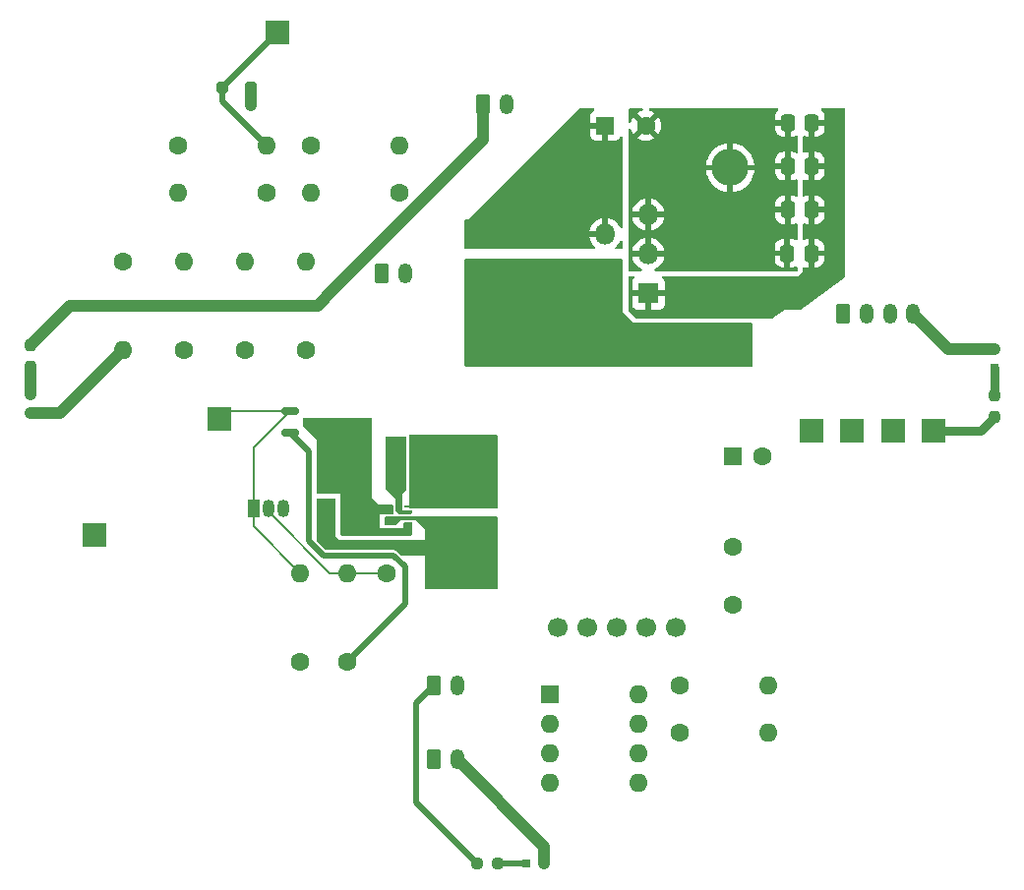
<source format=gbr>
%TF.GenerationSoftware,KiCad,Pcbnew,8.0.5*%
%TF.CreationDate,2025-05-01T20:40:53-04:00*%
%TF.ProjectId,CanSat_Power_Management_Board,43616e53-6174-45f5-906f-7765725f4d61,rev?*%
%TF.SameCoordinates,Original*%
%TF.FileFunction,Copper,L1,Top*%
%TF.FilePolarity,Positive*%
%FSLAX46Y46*%
G04 Gerber Fmt 4.6, Leading zero omitted, Abs format (unit mm)*
G04 Created by KiCad (PCBNEW 8.0.5) date 2025-05-01 20:40:53*
%MOMM*%
%LPD*%
G01*
G04 APERTURE LIST*
G04 Aperture macros list*
%AMRoundRect*
0 Rectangle with rounded corners*
0 $1 Rounding radius*
0 $2 $3 $4 $5 $6 $7 $8 $9 X,Y pos of 4 corners*
0 Add a 4 corners polygon primitive as box body*
4,1,4,$2,$3,$4,$5,$6,$7,$8,$9,$2,$3,0*
0 Add four circle primitives for the rounded corners*
1,1,$1+$1,$2,$3*
1,1,$1+$1,$4,$5*
1,1,$1+$1,$6,$7*
1,1,$1+$1,$8,$9*
0 Add four rect primitives between the rounded corners*
20,1,$1+$1,$2,$3,$4,$5,0*
20,1,$1+$1,$4,$5,$6,$7,0*
20,1,$1+$1,$6,$7,$8,$9,0*
20,1,$1+$1,$8,$9,$2,$3,0*%
G04 Aperture macros list end*
%TA.AperFunction,SMDPad,CuDef*%
%ADD10R,0.800000X0.800000*%
%TD*%
%TA.AperFunction,ComponentPad*%
%ADD11R,2.000000X2.000000*%
%TD*%
%TA.AperFunction,ComponentPad*%
%ADD12C,1.600000*%
%TD*%
%TA.AperFunction,ComponentPad*%
%ADD13O,1.600000X1.600000*%
%TD*%
%TA.AperFunction,ComponentPad*%
%ADD14R,1.600000X1.600000*%
%TD*%
%TA.AperFunction,SMDPad,CuDef*%
%ADD15RoundRect,0.250000X0.337500X0.475000X-0.337500X0.475000X-0.337500X-0.475000X0.337500X-0.475000X0*%
%TD*%
%TA.AperFunction,ComponentPad*%
%ADD16R,3.200000X3.200000*%
%TD*%
%TA.AperFunction,ComponentPad*%
%ADD17O,3.200000X3.200000*%
%TD*%
%TA.AperFunction,SMDPad,CuDef*%
%ADD18RoundRect,0.237500X0.250000X0.237500X-0.250000X0.237500X-0.250000X-0.237500X0.250000X-0.237500X0*%
%TD*%
%TA.AperFunction,SMDPad,CuDef*%
%ADD19RoundRect,0.250000X-0.475000X0.337500X-0.475000X-0.337500X0.475000X-0.337500X0.475000X0.337500X0*%
%TD*%
%TA.AperFunction,SMDPad,CuDef*%
%ADD20RoundRect,0.237500X0.237500X-0.250000X0.237500X0.250000X-0.237500X0.250000X-0.237500X-0.250000X0*%
%TD*%
%TA.AperFunction,ComponentPad*%
%ADD21RoundRect,0.250000X-0.350000X-0.625000X0.350000X-0.625000X0.350000X0.625000X-0.350000X0.625000X0*%
%TD*%
%TA.AperFunction,ComponentPad*%
%ADD22O,1.200000X1.750000*%
%TD*%
%TA.AperFunction,ComponentPad*%
%ADD23C,1.700000*%
%TD*%
%TA.AperFunction,SMDPad,CuDef*%
%ADD24R,0.711200X0.228600*%
%TD*%
%TA.AperFunction,ComponentPad*%
%ADD25R,1.050000X1.500000*%
%TD*%
%TA.AperFunction,ComponentPad*%
%ADD26O,1.050000X1.500000*%
%TD*%
%TA.AperFunction,ComponentPad*%
%ADD27R,1.800000X1.800000*%
%TD*%
%TA.AperFunction,ComponentPad*%
%ADD28O,1.800000X1.800000*%
%TD*%
%TA.AperFunction,SMDPad,CuDef*%
%ADD29RoundRect,0.237500X-0.237500X0.250000X-0.237500X-0.250000X0.237500X-0.250000X0.237500X0.250000X0*%
%TD*%
%TA.AperFunction,SMDPad,CuDef*%
%ADD30R,1.500000X3.600000*%
%TD*%
%TA.AperFunction,SMDPad,CuDef*%
%ADD31RoundRect,0.150000X-0.587500X-0.150000X0.587500X-0.150000X0.587500X0.150000X-0.587500X0.150000X0*%
%TD*%
%TA.AperFunction,SMDPad,CuDef*%
%ADD32R,3.400000X1.100000*%
%TD*%
%TA.AperFunction,SMDPad,CuDef*%
%ADD33RoundRect,0.250000X-0.250000X-0.250000X0.250000X-0.250000X0.250000X0.250000X-0.250000X0.250000X0*%
%TD*%
%TA.AperFunction,ViaPad*%
%ADD34C,0.600000*%
%TD*%
%TA.AperFunction,Conductor*%
%ADD35C,1.000000*%
%TD*%
%TA.AperFunction,Conductor*%
%ADD36C,0.800000*%
%TD*%
%TA.AperFunction,Conductor*%
%ADD37C,0.500000*%
%TD*%
%TA.AperFunction,Conductor*%
%ADD38C,0.200000*%
%TD*%
G04 APERTURE END LIST*
D10*
%TO.P,D5,1,K*%
%TO.N,GND*%
X108525000Y-102762500D03*
%TO.P,D5,2,A*%
%TO.N,Net-(D5-A)*%
X108525000Y-101162500D03*
%TD*%
D11*
%TO.P,TP4,1,1*%
%TO.N,/5V*%
X186250000Y-104250000D03*
%TD*%
D12*
%TO.P,R9,1*%
%TO.N,Net-(J4-Pin_1)*%
X135750000Y-124157500D03*
D13*
%TO.P,R9,2*%
%TO.N,Net-(Q1-G)*%
X135750000Y-116537500D03*
%TD*%
D12*
%TO.P,R1,1*%
%TO.N,Net-(R1-Pad1)*%
X116500000Y-89690000D03*
D13*
%TO.P,R1,2*%
%TO.N,GND*%
X116500000Y-97310000D03*
%TD*%
D14*
%TO.P,U3,1,GND*%
%TO.N,GND*%
X153200000Y-126950000D03*
D13*
%TO.P,U3,2,TR*%
%TO.N,Net-(U3-THR)*%
X153200000Y-129490000D03*
%TO.P,U3,3,Q*%
%TO.N,Net-(U3-Q)*%
X153200000Y-132030000D03*
%TO.P,U3,4,R*%
%TO.N,/5V*%
X153200000Y-134570000D03*
%TO.P,U3,5,CV*%
%TO.N,Net-(U3-CV)*%
X160820000Y-134570000D03*
%TO.P,U3,6,THR*%
%TO.N,Net-(U3-THR)*%
X160820000Y-132030000D03*
%TO.P,U3,7,DIS*%
%TO.N,Net-(BZ1-Aux)*%
X160820000Y-129490000D03*
%TO.P,U3,8,VCC*%
%TO.N,/5V*%
X160820000Y-126950000D03*
%TD*%
D11*
%TO.P,TP5,1,1*%
%TO.N,Net-(Q1-G)*%
X114000000Y-113250000D03*
%TD*%
D12*
%TO.P,Cout5,2*%
%TO.N,GND*%
X161500000Y-78000000D03*
D14*
%TO.P,Cout5,1*%
%TO.N,3.3V*%
X158000000Y-78000000D03*
%TD*%
D10*
%TO.P,D3,1,K*%
%TO.N,GND*%
X152762500Y-141495000D03*
%TO.P,D3,2,A*%
%TO.N,Net-(D3-A)*%
X151162500Y-141495000D03*
%TD*%
D12*
%TO.P,R6,1*%
%TO.N,Net-(R5-Pad2)*%
X121190000Y-79750000D03*
D13*
%TO.P,R6,2*%
%TO.N,ADC*%
X128810000Y-79750000D03*
%TD*%
D15*
%TO.P,Cin4,1*%
%TO.N,7.4V*%
X175787500Y-77750000D03*
%TO.P,Cin4,2*%
%TO.N,GND*%
X173712500Y-77750000D03*
%TD*%
D16*
%TO.P,D1,1,K*%
%TO.N,/OUT*%
X168750000Y-96870000D03*
D17*
%TO.P,D1,2,A*%
%TO.N,GND*%
X168750000Y-81630000D03*
%TD*%
D18*
%TO.P,R14,1*%
%TO.N,Net-(D3-A)*%
X148750000Y-141500000D03*
%TO.P,R14,2*%
%TO.N,Net-(J4-Pin_1)*%
X146925000Y-141500000D03*
%TD*%
D12*
%TO.P,C8,1*%
%TO.N,Net-(U3-CV)*%
X169000000Y-119250000D03*
%TO.P,C8,2*%
%TO.N,GND*%
X169000000Y-114250000D03*
%TD*%
%TO.P,R11,1*%
%TO.N,Net-(J4-Pin_1)*%
X131750000Y-124157500D03*
D13*
%TO.P,R11,2*%
%TO.N,Net-(Q1-D)*%
X131750000Y-116537500D03*
%TD*%
D19*
%TO.P,C7,1*%
%TO.N,/5V*%
X144250000Y-110250000D03*
%TO.P,C7,2*%
%TO.N,GND*%
X144250000Y-112325000D03*
%TD*%
D12*
%TO.P,R5,1*%
%TO.N,Net-(R4-Pad2)*%
X128810000Y-83750000D03*
D13*
%TO.P,R5,2*%
%TO.N,Net-(R5-Pad2)*%
X121190000Y-83750000D03*
%TD*%
D20*
%TO.P,R16,1*%
%TO.N,Net-(D5-A)*%
X108500000Y-98750000D03*
%TO.P,R16,2*%
%TO.N,7.4V*%
X108500000Y-96925000D03*
%TD*%
D11*
%TO.P,TP3,1,1*%
%TO.N,3.3V*%
X175750000Y-104250000D03*
%TD*%
%TO.P,TP7,1,1*%
%TO.N,GND*%
X182750000Y-104250000D03*
%TD*%
D12*
%TO.P,R8,1*%
%TO.N,Net-(R7-Pad2)*%
X140310000Y-83750000D03*
D13*
%TO.P,R8,2*%
%TO.N,7.4V*%
X132690000Y-83750000D03*
%TD*%
D15*
%TO.P,Cin1,1*%
%TO.N,7.4V*%
X175737500Y-89000000D03*
%TO.P,Cin1,2*%
%TO.N,GND*%
X173662500Y-89000000D03*
%TD*%
D21*
%TO.P,J5,1,Pin_1*%
%TO.N,Net-(J4-Pin_2)*%
X143250000Y-132550000D03*
D22*
%TO.P,J5,2,Pin_2*%
%TO.N,GND*%
X145250000Y-132550000D03*
%TD*%
D23*
%TO.P,BZ1,1,Aux*%
%TO.N,Net-(BZ1-Aux)*%
X153920000Y-121230000D03*
%TO.P,BZ1,2,5V*%
%TO.N,/5V*%
X156460000Y-121230000D03*
%TO.P,BZ1,3,G*%
%TO.N,GND*%
X159000000Y-121230000D03*
%TO.P,BZ1,4,B*%
%TO.N,unconnected-(BZ1-B-Pad4)*%
X161540000Y-121230000D03*
%TO.P,BZ1,5*%
%TO.N,unconnected-(BZ1-Pad5)*%
X164080000Y-121230000D03*
%TD*%
D14*
%TO.P,C9,1*%
%TO.N,Net-(U3-THR)*%
X169000000Y-106500000D03*
D12*
%TO.P,C9,2*%
%TO.N,GND*%
X171500000Y-106500000D03*
%TD*%
D24*
%TO.P,TPS610333DRLR_U2,1,VIN*%
%TO.N,/VIN*%
X139401598Y-110787498D03*
%TO.P,TPS610333DRLR_U2,2,EN*%
X139401598Y-111287499D03*
%TO.P,TPS610333DRLR_U2,3,MODE*%
%TO.N,GND*%
X139401598Y-111787499D03*
%TO.P,TPS610333DRLR_U2,4,PG*%
X139401598Y-112287500D03*
%TO.P,TPS610333DRLR_U2,5,FB*%
%TO.N,/VIN*%
X141000000Y-112287500D03*
%TO.P,TPS610333DRLR_U2,6,GND*%
%TO.N,GND*%
X141000000Y-111787499D03*
%TO.P,TPS610333DRLR_U2,7,SW*%
%TO.N,/SW*%
X141000000Y-111287499D03*
%TO.P,TPS610333DRLR_U2,8,VOUT*%
%TO.N,/5V*%
X141000000Y-110787498D03*
%TD*%
D15*
%TO.P,Cin3,1*%
%TO.N,7.4V*%
X175787500Y-81500000D03*
%TO.P,Cin3,2*%
%TO.N,GND*%
X173712500Y-81500000D03*
%TD*%
D21*
%TO.P,J3,1,Pin_1*%
%TO.N,3.3V*%
X178500000Y-94200000D03*
D22*
%TO.P,J3,2,Pin_2*%
%TO.N,7.4V*%
X180500000Y-94200000D03*
%TO.P,J3,3,Pin_3*%
%TO.N,ADC*%
X182500000Y-94200000D03*
%TO.P,J3,4,Pin_4*%
%TO.N,GND*%
X184500000Y-94200000D03*
%TD*%
D11*
%TO.P,TP6,1,1*%
%TO.N,Net-(Q1-D)*%
X124750000Y-103250000D03*
%TD*%
D21*
%TO.P,J1,1,Pin_1*%
%TO.N,7.4V*%
X147500000Y-76200000D03*
D22*
%TO.P,J1,2,Pin_2*%
%TO.N,Net-(J1-Pin_2)*%
X149500000Y-76200000D03*
%TD*%
D25*
%TO.P,Q1,1,D*%
%TO.N,Net-(Q1-D)*%
X127710000Y-111000000D03*
D26*
%TO.P,Q1,2,G*%
%TO.N,Net-(Q1-G)*%
X128980000Y-111000000D03*
%TO.P,Q1,3,S*%
%TO.N,GND*%
X130250000Y-111000000D03*
%TD*%
D27*
%TO.P,U1,1,VIN*%
%TO.N,7.4V*%
X161700000Y-92450000D03*
D28*
%TO.P,U1,2,OUT*%
%TO.N,/OUT*%
X158000000Y-90750000D03*
%TO.P,U1,3,GND*%
%TO.N,GND*%
X161700000Y-89050000D03*
%TO.P,U1,4,FB*%
%TO.N,3.3V*%
X158000000Y-87350000D03*
%TO.P,U1,5,~{ON}/OFF*%
%TO.N,GND*%
X161700000Y-85650000D03*
%TD*%
D12*
%TO.P,R12,1*%
%TO.N,/5V*%
X164440000Y-126250000D03*
D13*
%TO.P,R12,2*%
%TO.N,Net-(U3-THR)*%
X172060000Y-126250000D03*
%TD*%
D10*
%TO.P,D4,1,K*%
%TO.N,GND*%
X191485000Y-97237500D03*
%TO.P,D4,2,A*%
%TO.N,Net-(D4-A)*%
X191485000Y-98837500D03*
%TD*%
D29*
%TO.P,R15,1*%
%TO.N,Net-(D4-A)*%
X191500000Y-101250000D03*
%TO.P,R15,2*%
%TO.N,/5V*%
X191500000Y-103075000D03*
%TD*%
D30*
%TO.P,WE-LQS_4025_L2,1*%
%TO.N,/VIN*%
X136975000Y-106787500D03*
%TO.P,WE-LQS_4025_L2,2*%
%TO.N,/SW*%
X140025000Y-106787500D03*
%TD*%
D12*
%TO.P,R13,1*%
%TO.N,Net-(U3-THR)*%
X164440000Y-130250000D03*
D13*
%TO.P,R13,2*%
%TO.N,Net-(U3-Q)*%
X172060000Y-130250000D03*
%TD*%
D12*
%TO.P,R3,1*%
%TO.N,Net-(R2-Pad1)*%
X127000000Y-97310000D03*
D13*
%TO.P,R3,2*%
%TO.N,Net-(R1-Pad1)*%
X127000000Y-89690000D03*
%TD*%
D12*
%TO.P,R4,1*%
%TO.N,Net-(R2-Pad1)*%
X132250000Y-97310000D03*
D13*
%TO.P,R4,2*%
%TO.N,Net-(R4-Pad2)*%
X132250000Y-89690000D03*
%TD*%
D15*
%TO.P,C6,1*%
%TO.N,/VIN*%
X136037500Y-111037500D03*
%TO.P,C6,2*%
%TO.N,GND*%
X133962500Y-111037500D03*
%TD*%
D12*
%TO.P,R7,1*%
%TO.N,ADC*%
X132690000Y-79750000D03*
D13*
%TO.P,R7,2*%
%TO.N,Net-(R7-Pad2)*%
X140310000Y-79750000D03*
%TD*%
D31*
%TO.P,Q2,1,G*%
%TO.N,Net-(Q1-D)*%
X130875000Y-102550000D03*
%TO.P,Q2,2,S*%
%TO.N,Net-(J4-Pin_1)*%
X130875000Y-104450000D03*
%TO.P,Q2,3,D*%
%TO.N,/VIN*%
X132750000Y-103500000D03*
%TD*%
D12*
%TO.P,R2,1*%
%TO.N,Net-(R2-Pad1)*%
X121750000Y-97310000D03*
D13*
%TO.P,R2,2*%
%TO.N,Net-(R1-Pad1)*%
X121750000Y-89690000D03*
%TD*%
D32*
%TO.P,ASPI-4030S-470M-T_L1,1*%
%TO.N,/OUT*%
X148250000Y-90500000D03*
%TO.P,ASPI-4030S-470M-T_L1,2*%
%TO.N,3.3V*%
X148250000Y-87500000D03*
%TD*%
D33*
%TO.P,D2,1,K*%
%TO.N,ADC*%
X125000000Y-74750000D03*
%TO.P,D2,2,A*%
%TO.N,GND*%
X127500000Y-74750000D03*
%TD*%
D12*
%TO.P,R10,1*%
%TO.N,Net-(Q1-G)*%
X139190000Y-116537500D03*
D13*
%TO.P,R10,2*%
%TO.N,GND*%
X146810000Y-116537500D03*
%TD*%
D15*
%TO.P,Cin2,1*%
%TO.N,7.4V*%
X175787500Y-85250000D03*
%TO.P,Cin2,2*%
%TO.N,GND*%
X173712500Y-85250000D03*
%TD*%
D21*
%TO.P,J2,1,Pin_1*%
%TO.N,Net-(J1-Pin_2)*%
X138750000Y-90700000D03*
D22*
%TO.P,J2,2,Pin_2*%
%TO.N,GND*%
X140750000Y-90700000D03*
%TD*%
D21*
%TO.P,J4,1,Pin_1*%
%TO.N,Net-(J4-Pin_1)*%
X143250000Y-126250000D03*
D22*
%TO.P,J4,2,Pin_2*%
%TO.N,Net-(J4-Pin_2)*%
X145250000Y-126250000D03*
%TD*%
D11*
%TO.P,TP2,1,1*%
%TO.N,7.4V*%
X179250000Y-104250000D03*
%TD*%
%TO.P,TP1,1,1*%
%TO.N,ADC*%
X129750000Y-70000000D03*
%TD*%
D34*
%TO.N,GND*%
X147250000Y-112250000D03*
X164750000Y-78750000D03*
X167750000Y-85750000D03*
X171750000Y-85750000D03*
X168750000Y-78750000D03*
X165750000Y-79750000D03*
X162750000Y-80750000D03*
X163750000Y-81750000D03*
X169500000Y-84750000D03*
X145250000Y-114250000D03*
X148250000Y-117250000D03*
X166750000Y-84750000D03*
X127500000Y-76250000D03*
X168750000Y-86750000D03*
X169750000Y-87750000D03*
X170750000Y-88750000D03*
X165750000Y-83750000D03*
X147250000Y-114250000D03*
X146250000Y-113250000D03*
X160750000Y-82750000D03*
X143250000Y-114250000D03*
X164750000Y-88750000D03*
X164750000Y-82750000D03*
X144250000Y-115250000D03*
X148250000Y-115250000D03*
X166750000Y-78750000D03*
X171750000Y-81750000D03*
X166750000Y-88750000D03*
X167750000Y-77750000D03*
X172750000Y-86750000D03*
X143500000Y-116250000D03*
X163750000Y-87750000D03*
X161750000Y-83750000D03*
X134000000Y-113250000D03*
X163750000Y-85750000D03*
X173750000Y-83750000D03*
X148250000Y-113250000D03*
X171750000Y-83750000D03*
X145000000Y-117000000D03*
X165750000Y-77750000D03*
X165750000Y-87750000D03*
X164750000Y-86750000D03*
%TO.N,3.3V*%
X155750000Y-86500000D03*
X158750000Y-82750000D03*
X153250000Y-82750000D03*
X157750000Y-84500000D03*
X155250000Y-84500000D03*
X153750000Y-84500000D03*
X149750000Y-84500000D03*
X154250000Y-86500000D03*
X152750000Y-86500000D03*
X158000000Y-80250000D03*
X156500000Y-84500000D03*
X152000000Y-82750000D03*
X149750000Y-86000000D03*
X154750000Y-82750000D03*
X151250000Y-86500000D03*
X156500000Y-80250000D03*
X156250000Y-82750000D03*
X157500000Y-82750000D03*
X152250000Y-84500000D03*
X154750000Y-80250000D03*
X151000000Y-84500000D03*
%TO.N,/5V*%
X146250000Y-107000000D03*
X146000000Y-105500000D03*
X142750000Y-105500000D03*
X148250000Y-110500000D03*
X145500000Y-108000000D03*
X148000000Y-108750000D03*
X144250000Y-105500000D03*
X146750000Y-110500000D03*
X143000000Y-107000000D03*
X143250000Y-108750000D03*
X146500000Y-108750000D03*
X145750000Y-109750000D03*
X147750000Y-107000000D03*
X144500000Y-107000000D03*
X142000000Y-109250000D03*
X147500000Y-105500000D03*
%TO.N,7.4V*%
X172250000Y-92250000D03*
X176750000Y-91000000D03*
X177750000Y-83500000D03*
X173750000Y-92250000D03*
X177750000Y-86000000D03*
X175250000Y-92000000D03*
X177750000Y-78750000D03*
X177750000Y-90250000D03*
X177750000Y-88250000D03*
X177750000Y-81250000D03*
%TO.N,/VIN*%
X134500000Y-109000000D03*
X134500000Y-106906030D03*
X138000000Y-112750000D03*
X136750000Y-109750000D03*
X136250000Y-112750000D03*
X135250000Y-104750000D03*
X135500000Y-106000000D03*
X137500000Y-111250000D03*
X133750000Y-108000000D03*
X134000000Y-105750000D03*
X135250000Y-108000000D03*
%TO.N,/SW*%
X140000000Y-107750000D03*
X140000000Y-105500000D03*
X140025000Y-106787500D03*
X139500000Y-108750000D03*
X140000000Y-109500000D03*
%TO.N,/OUT*%
X149000000Y-94500000D03*
X164250000Y-96500000D03*
X148750000Y-96750000D03*
X166000000Y-96500000D03*
X152750000Y-94500000D03*
X155750000Y-96750000D03*
X151000000Y-92250000D03*
X157250000Y-96750000D03*
X158250000Y-94750000D03*
X160750000Y-96750000D03*
X159000000Y-96750000D03*
X150750000Y-94500000D03*
X147500000Y-92250000D03*
X162500000Y-96500000D03*
X147250000Y-94500000D03*
X155750000Y-91500000D03*
X154000000Y-96750000D03*
X149250000Y-92250000D03*
X156250000Y-94500000D03*
X154500000Y-94500000D03*
X154000000Y-91500000D03*
X152250000Y-96750000D03*
X152250000Y-91500000D03*
X150500000Y-96750000D03*
X147000000Y-96750000D03*
%TD*%
D35*
%TO.N,GND*%
X130287500Y-111037500D02*
X130250000Y-111000000D01*
X152762500Y-141495000D02*
X152762500Y-140062500D01*
X187537500Y-97237500D02*
X184500000Y-94200000D01*
X111047500Y-102762500D02*
X116500000Y-97310000D01*
X191485000Y-97237500D02*
X187537500Y-97237500D01*
X152762500Y-140062500D02*
X145250000Y-132550000D01*
X127500000Y-74750000D02*
X127500000Y-76250000D01*
X108525000Y-102762500D02*
X111047500Y-102762500D01*
D36*
%TO.N,/5V*%
X186250000Y-104250000D02*
X190325000Y-104250000D01*
X190325000Y-104250000D02*
X191500000Y-103075000D01*
D35*
%TO.N,7.4V*%
X134625000Y-92125000D02*
X147500000Y-79250000D01*
X108500000Y-96925000D02*
X111925000Y-93500000D01*
X111925000Y-93500000D02*
X133250000Y-93500000D01*
X147500000Y-79250000D02*
X147500000Y-76200000D01*
X133250000Y-93500000D02*
X134625000Y-92125000D01*
D37*
%TO.N,ADC*%
X125000000Y-75940000D02*
X128810000Y-79750000D01*
X125000000Y-74750000D02*
X125000000Y-75940000D01*
X125000000Y-74750000D02*
X129750000Y-70000000D01*
D38*
%TO.N,Net-(Q1-G)*%
X128980000Y-111000000D02*
X128980000Y-111225000D01*
X128980000Y-111225000D02*
X134292500Y-116537500D01*
X135750000Y-116537500D02*
X139190000Y-116537500D01*
X134292500Y-116537500D02*
X135750000Y-116537500D01*
%TO.N,Net-(Q1-D)*%
X130875000Y-102550000D02*
X125450000Y-102550000D01*
X131750000Y-116537500D02*
X127710000Y-112497500D01*
X127710000Y-105715000D02*
X130875000Y-102550000D01*
X127710000Y-112497500D02*
X127710000Y-111000000D01*
X125450000Y-102550000D02*
X124750000Y-103250000D01*
X127710000Y-111000000D02*
X127710000Y-105715000D01*
D37*
%TO.N,Net-(J4-Pin_1)*%
X140750000Y-116000000D02*
X140750000Y-119157500D01*
X132500000Y-113750000D02*
X132500000Y-106075000D01*
X139750000Y-115000000D02*
X140750000Y-116000000D01*
X141750000Y-136325000D02*
X146925000Y-141500000D01*
X133000000Y-114250000D02*
X132500000Y-113750000D01*
X132500000Y-106075000D02*
X130875000Y-104450000D01*
X140750000Y-119157500D02*
X135750000Y-124157500D01*
X133000000Y-114250000D02*
X133500000Y-114750000D01*
X143250000Y-126250000D02*
X141750000Y-127750000D01*
X133500000Y-114750000D02*
X133750000Y-115000000D01*
X133750000Y-115000000D02*
X139750000Y-115000000D01*
X141750000Y-127750000D02*
X141750000Y-136325000D01*
D38*
%TO.N,Net-(D3-A)*%
X151157500Y-141500000D02*
X151162500Y-141495000D01*
D37*
X148750000Y-141500000D02*
X151157500Y-141500000D01*
D36*
%TO.N,Net-(D4-A)*%
X191500000Y-101250000D02*
X191500000Y-98852500D01*
X191500000Y-98852500D02*
X191485000Y-98837500D01*
D35*
%TO.N,Net-(D5-A)*%
X108525000Y-98775000D02*
X108500000Y-98750000D01*
X108525000Y-101162500D02*
X108525000Y-98775000D01*
%TD*%
%TA.AperFunction,Conductor*%
%TO.N,/VIN*%
G36*
X137900000Y-110000000D02*
G01*
X138500000Y-110650000D01*
X139620500Y-110650000D01*
X139687539Y-110669685D01*
X139733294Y-110722489D01*
X139744500Y-110774000D01*
X139744500Y-111148638D01*
X139745678Y-111170618D01*
X139748511Y-111196965D01*
X139748512Y-111196967D01*
X139774291Y-111279294D01*
X139772758Y-111279773D01*
X139779940Y-111341436D01*
X139749219Y-111404190D01*
X139689448Y-111440372D01*
X139657720Y-111444500D01*
X139123992Y-111444500D01*
X139079460Y-111449289D01*
X139066204Y-111450000D01*
X138600000Y-111450000D01*
X135200000Y-111450000D01*
X135200000Y-105400000D01*
X137900000Y-105400000D01*
X137900000Y-110000000D01*
G37*
%TD.AperFunction*%
%TD*%
%TA.AperFunction,Conductor*%
%TO.N,/VIN*%
G36*
X137843039Y-103169685D02*
G01*
X137888794Y-103222489D01*
X137900000Y-103274000D01*
X137900000Y-105400000D01*
X135200000Y-105400000D01*
X135200000Y-104500000D01*
X134500000Y-103850000D01*
X131966487Y-103850000D01*
X131952834Y-103824996D01*
X131950000Y-103798638D01*
X131950000Y-103274000D01*
X131969685Y-103206961D01*
X132022489Y-103161206D01*
X132074000Y-103150000D01*
X137776000Y-103150000D01*
X137843039Y-103169685D01*
G37*
%TD.AperFunction*%
%TD*%
%TA.AperFunction,Conductor*%
%TO.N,/VIN*%
G36*
X135200000Y-104500000D02*
G01*
X135200000Y-109700000D01*
X133274000Y-109700000D01*
X133206961Y-109680315D01*
X133161206Y-109627511D01*
X133150000Y-109576000D01*
X133150000Y-105050000D01*
X131986319Y-103886319D01*
X131966487Y-103850000D01*
X134500000Y-103850000D01*
X135200000Y-104500000D01*
G37*
%TD.AperFunction*%
%TD*%
%TA.AperFunction,Conductor*%
%TO.N,/SW*%
G36*
X140843039Y-104769685D02*
G01*
X140888794Y-104822489D01*
X140900000Y-104874000D01*
X140900000Y-109256503D01*
X140880315Y-109323542D01*
X140872828Y-109333965D01*
X140500000Y-109800000D01*
X140500000Y-111150000D01*
X141276000Y-111150000D01*
X141343039Y-111169685D01*
X141388794Y-111222489D01*
X141400000Y-111274000D01*
X141400000Y-111320500D01*
X141380315Y-111387539D01*
X141327511Y-111433294D01*
X141276000Y-111444500D01*
X140245862Y-111444500D01*
X140178823Y-111424815D01*
X140158181Y-111408181D01*
X139986319Y-111236319D01*
X139952834Y-111174996D01*
X139950000Y-111148638D01*
X139950000Y-110200000D01*
X139949999Y-110199999D01*
X139133850Y-109335841D01*
X139102130Y-109273587D01*
X139100000Y-109250700D01*
X139100000Y-104874000D01*
X139119685Y-104806961D01*
X139172489Y-104761206D01*
X139224000Y-104750000D01*
X140776000Y-104750000D01*
X140843039Y-104769685D01*
G37*
%TD.AperFunction*%
%TD*%
%TA.AperFunction,Conductor*%
%TO.N,/VIN*%
G36*
X138600000Y-112700000D02*
G01*
X140600000Y-112700000D01*
X140600000Y-112279500D01*
X140619685Y-112212461D01*
X140672489Y-112166706D01*
X140724000Y-112155500D01*
X141276000Y-112155500D01*
X141343039Y-112175185D01*
X141388794Y-112227989D01*
X141400000Y-112279500D01*
X141400000Y-113176000D01*
X141380315Y-113243039D01*
X141327511Y-113288794D01*
X141276000Y-113300000D01*
X135324000Y-113300000D01*
X135256961Y-113280315D01*
X135211206Y-113227511D01*
X135200000Y-113176000D01*
X135200000Y-111450000D01*
X138600000Y-111450000D01*
X138600000Y-112700000D01*
G37*
%TD.AperFunction*%
%TD*%
%TA.AperFunction,Conductor*%
%TO.N,3.3V*%
G36*
X156500000Y-80100000D02*
G01*
X150500000Y-86100000D01*
X146200000Y-86100000D01*
X155813721Y-76536090D01*
X155875131Y-76502766D01*
X155901174Y-76500000D01*
X156500000Y-76500000D01*
X156500000Y-80100000D01*
G37*
%TD.AperFunction*%
%TD*%
%TA.AperFunction,Conductor*%
%TO.N,GND*%
G36*
X148693039Y-111669685D02*
G01*
X148738794Y-111722489D01*
X148750000Y-111774000D01*
X148750000Y-117776000D01*
X148730315Y-117843039D01*
X148677511Y-117888794D01*
X148626000Y-117900000D01*
X142624000Y-117900000D01*
X142556961Y-117880315D01*
X142511206Y-117827511D01*
X142500000Y-117776000D01*
X142500000Y-115000000D01*
X142700000Y-115000000D01*
X142700000Y-113650000D01*
X142500000Y-113650000D01*
X142500000Y-112750000D01*
X141700000Y-111950000D01*
X140449998Y-111950000D01*
X139935472Y-112417753D01*
X139872626Y-112448283D01*
X139852061Y-112450000D01*
X139124000Y-112450000D01*
X139056961Y-112430315D01*
X139011206Y-112377511D01*
X139000000Y-112326000D01*
X139000000Y-111774000D01*
X139019685Y-111706961D01*
X139072489Y-111661206D01*
X139124000Y-111650000D01*
X148626000Y-111650000D01*
X148693039Y-111669685D01*
G37*
%TD.AperFunction*%
%TD*%
%TA.AperFunction,Conductor*%
%TO.N,7.4V*%
G36*
X178593039Y-76519685D02*
G01*
X178638794Y-76572489D01*
X178650000Y-76624000D01*
X178650000Y-90937681D01*
X178630315Y-91004720D01*
X178599991Y-91037186D01*
X174782754Y-93875644D01*
X174717212Y-93899851D01*
X174709183Y-93900138D01*
X173467190Y-93904348D01*
X173443356Y-93904429D01*
X173450000Y-93900000D01*
X160016453Y-93949938D01*
X160002834Y-93924996D01*
X160000000Y-93898638D01*
X160000000Y-91074000D01*
X160019685Y-91006961D01*
X160072489Y-90961206D01*
X160124000Y-90950000D01*
X160394608Y-90950000D01*
X160461647Y-90969685D01*
X160507402Y-91022489D01*
X160517346Y-91091647D01*
X160488321Y-91155203D01*
X160468919Y-91173266D01*
X160442812Y-91192809D01*
X160442809Y-91192812D01*
X160356649Y-91307906D01*
X160356645Y-91307913D01*
X160306403Y-91442620D01*
X160306401Y-91442627D01*
X160300000Y-91502155D01*
X160300000Y-92200000D01*
X161209252Y-92200000D01*
X161187482Y-92237708D01*
X161150000Y-92377591D01*
X161150000Y-92522409D01*
X161187482Y-92662292D01*
X161209252Y-92700000D01*
X160300000Y-92700000D01*
X160300000Y-93397844D01*
X160306401Y-93457372D01*
X160306403Y-93457379D01*
X160356645Y-93592086D01*
X160356649Y-93592093D01*
X160442809Y-93707187D01*
X160442812Y-93707190D01*
X160557906Y-93793350D01*
X160557913Y-93793354D01*
X160692620Y-93843596D01*
X160692627Y-93843598D01*
X160752155Y-93849999D01*
X160752172Y-93850000D01*
X161450000Y-93850000D01*
X161450000Y-92940747D01*
X161487708Y-92962518D01*
X161627591Y-93000000D01*
X161772409Y-93000000D01*
X161912292Y-92962518D01*
X161950000Y-92940747D01*
X161950000Y-93850000D01*
X162647828Y-93850000D01*
X162647844Y-93849999D01*
X162707372Y-93843598D01*
X162707379Y-93843596D01*
X162842086Y-93793354D01*
X162842093Y-93793350D01*
X162957187Y-93707190D01*
X162957190Y-93707187D01*
X163043350Y-93592093D01*
X163043354Y-93592086D01*
X163093596Y-93457379D01*
X163093598Y-93457372D01*
X163099999Y-93397844D01*
X163100000Y-93397827D01*
X163100000Y-92700000D01*
X162190748Y-92700000D01*
X162212518Y-92662292D01*
X162250000Y-92522409D01*
X162250000Y-92377591D01*
X162212518Y-92237708D01*
X162190748Y-92200000D01*
X163100000Y-92200000D01*
X163100000Y-91502172D01*
X163099999Y-91502155D01*
X163093598Y-91442627D01*
X163093596Y-91442620D01*
X163043354Y-91307913D01*
X163043350Y-91307906D01*
X162957190Y-91192812D01*
X162957187Y-91192809D01*
X162931081Y-91173266D01*
X162889210Y-91117332D01*
X162884226Y-91047641D01*
X162917712Y-90986318D01*
X162979035Y-90952834D01*
X163005392Y-90950000D01*
X174650000Y-90950000D01*
X175000000Y-90600000D01*
X174998951Y-90304366D01*
X175018397Y-90237260D01*
X175071039Y-90191318D01*
X175140161Y-90181129D01*
X175161954Y-90186223D01*
X175247302Y-90214505D01*
X175247309Y-90214506D01*
X175350019Y-90224999D01*
X175487499Y-90224999D01*
X175987500Y-90224999D01*
X176124972Y-90224999D01*
X176124986Y-90224998D01*
X176227697Y-90214505D01*
X176394119Y-90159358D01*
X176394124Y-90159356D01*
X176543345Y-90067315D01*
X176667315Y-89943345D01*
X176759356Y-89794124D01*
X176759358Y-89794119D01*
X176814505Y-89627697D01*
X176814506Y-89627690D01*
X176824999Y-89524986D01*
X176825000Y-89524973D01*
X176825000Y-89250000D01*
X175987500Y-89250000D01*
X175987500Y-90224999D01*
X175487499Y-90224999D01*
X175487500Y-90224998D01*
X175487500Y-88750000D01*
X175987500Y-88750000D01*
X176824999Y-88750000D01*
X176824999Y-88475028D01*
X176824998Y-88475013D01*
X176814505Y-88372302D01*
X176759358Y-88205880D01*
X176759356Y-88205875D01*
X176667315Y-88056654D01*
X176543345Y-87932684D01*
X176394124Y-87840643D01*
X176394119Y-87840641D01*
X176227697Y-87785494D01*
X176227690Y-87785493D01*
X176124986Y-87775000D01*
X175987500Y-87775000D01*
X175987500Y-88750000D01*
X175487500Y-88750000D01*
X175487500Y-87775000D01*
X175350027Y-87775000D01*
X175350012Y-87775001D01*
X175247302Y-87785494D01*
X175152716Y-87816837D01*
X175082887Y-87819239D01*
X175022846Y-87783507D01*
X174991653Y-87720987D01*
X174989714Y-87699591D01*
X174985579Y-86533368D01*
X175005026Y-86466261D01*
X175057667Y-86420319D01*
X175126790Y-86410130D01*
X175148582Y-86415224D01*
X175297302Y-86464505D01*
X175297309Y-86464506D01*
X175400019Y-86474999D01*
X175537499Y-86474999D01*
X176037500Y-86474999D01*
X176174972Y-86474999D01*
X176174986Y-86474998D01*
X176277697Y-86464505D01*
X176444119Y-86409358D01*
X176444124Y-86409356D01*
X176593345Y-86317315D01*
X176717315Y-86193345D01*
X176809356Y-86044124D01*
X176809358Y-86044119D01*
X176864505Y-85877697D01*
X176864506Y-85877690D01*
X176874999Y-85774986D01*
X176875000Y-85774973D01*
X176875000Y-85500000D01*
X176037500Y-85500000D01*
X176037500Y-86474999D01*
X175537499Y-86474999D01*
X175537500Y-86474998D01*
X175537500Y-85000000D01*
X176037500Y-85000000D01*
X176874999Y-85000000D01*
X176874999Y-84725028D01*
X176874998Y-84725013D01*
X176864505Y-84622302D01*
X176809358Y-84455880D01*
X176809356Y-84455875D01*
X176717315Y-84306654D01*
X176593345Y-84182684D01*
X176444124Y-84090643D01*
X176444119Y-84090641D01*
X176277697Y-84035494D01*
X176277690Y-84035493D01*
X176174986Y-84025000D01*
X176037500Y-84025000D01*
X176037500Y-85000000D01*
X175537500Y-85000000D01*
X175537500Y-84025000D01*
X175400027Y-84025000D01*
X175400012Y-84025001D01*
X175297302Y-84035494D01*
X175139494Y-84087787D01*
X175069666Y-84090189D01*
X175009624Y-84054457D01*
X174978431Y-83991937D01*
X174976491Y-83970521D01*
X174972265Y-82778955D01*
X174991711Y-82711849D01*
X175044353Y-82665907D01*
X175113476Y-82655718D01*
X175135268Y-82660812D01*
X175297302Y-82714505D01*
X175297309Y-82714506D01*
X175400019Y-82724999D01*
X175537499Y-82724999D01*
X176037500Y-82724999D01*
X176174972Y-82724999D01*
X176174986Y-82724998D01*
X176277697Y-82714505D01*
X176444119Y-82659358D01*
X176444124Y-82659356D01*
X176593345Y-82567315D01*
X176717315Y-82443345D01*
X176809356Y-82294124D01*
X176809358Y-82294119D01*
X176864505Y-82127697D01*
X176864506Y-82127690D01*
X176874999Y-82024986D01*
X176875000Y-82024973D01*
X176875000Y-81750000D01*
X176037500Y-81750000D01*
X176037500Y-82724999D01*
X175537499Y-82724999D01*
X175537500Y-82724998D01*
X175537500Y-81250000D01*
X176037500Y-81250000D01*
X176874999Y-81250000D01*
X176874999Y-80975028D01*
X176874998Y-80975013D01*
X176864505Y-80872302D01*
X176809358Y-80705880D01*
X176809356Y-80705875D01*
X176717315Y-80556654D01*
X176593345Y-80432684D01*
X176444124Y-80340643D01*
X176444119Y-80340641D01*
X176277697Y-80285494D01*
X176277690Y-80285493D01*
X176174986Y-80275000D01*
X176037500Y-80275000D01*
X176037500Y-81250000D01*
X175537500Y-81250000D01*
X175537500Y-80275000D01*
X175400027Y-80275000D01*
X175400012Y-80275001D01*
X175297302Y-80285494D01*
X175126211Y-80342188D01*
X175056382Y-80344590D01*
X174996341Y-80308858D01*
X174965148Y-80246337D01*
X174963208Y-80224932D01*
X174958951Y-79024265D01*
X174978398Y-78957158D01*
X175031039Y-78911216D01*
X175100162Y-78901027D01*
X175123719Y-78908001D01*
X175124023Y-78907086D01*
X175297302Y-78964505D01*
X175297309Y-78964506D01*
X175400019Y-78974999D01*
X175537499Y-78974999D01*
X176037500Y-78974999D01*
X176174972Y-78974999D01*
X176174986Y-78974998D01*
X176277697Y-78964505D01*
X176444119Y-78909358D01*
X176444124Y-78909356D01*
X176593345Y-78817315D01*
X176717315Y-78693345D01*
X176809356Y-78544124D01*
X176809358Y-78544119D01*
X176864505Y-78377697D01*
X176864506Y-78377690D01*
X176874999Y-78274986D01*
X176875000Y-78274973D01*
X176875000Y-78000000D01*
X176037500Y-78000000D01*
X176037500Y-78974999D01*
X175537499Y-78974999D01*
X175537500Y-78974998D01*
X175537500Y-77624000D01*
X175557185Y-77556961D01*
X175609989Y-77511206D01*
X175661500Y-77500000D01*
X176874999Y-77500000D01*
X176874999Y-77225028D01*
X176874998Y-77225013D01*
X176864505Y-77122302D01*
X176809358Y-76955880D01*
X176809356Y-76955875D01*
X176717315Y-76806654D01*
X176622342Y-76711681D01*
X176588857Y-76650358D01*
X176593841Y-76580666D01*
X176635713Y-76524733D01*
X176701177Y-76500316D01*
X176710023Y-76500000D01*
X178526000Y-76500000D01*
X178593039Y-76519685D01*
G37*
%TD.AperFunction*%
%TD*%
%TA.AperFunction,Conductor*%
%TO.N,GND*%
G36*
X134743039Y-110119685D02*
G01*
X134788794Y-110172489D01*
X134800000Y-110224000D01*
X134800000Y-113350000D01*
X135100000Y-113650000D01*
X142700000Y-113650000D01*
X142700000Y-115000000D01*
X140438465Y-115000000D01*
X140371426Y-114980315D01*
X140350784Y-114963681D01*
X140026616Y-114639513D01*
X140026614Y-114639511D01*
X139975250Y-114609856D01*
X139923888Y-114580201D01*
X139911780Y-114576957D01*
X139899673Y-114573713D01*
X139899670Y-114573712D01*
X139861478Y-114563478D01*
X139809309Y-114549500D01*
X139809308Y-114549500D01*
X133987965Y-114549500D01*
X133920926Y-114529815D01*
X133900284Y-114513181D01*
X133867560Y-114480457D01*
X133867558Y-114480454D01*
X133367560Y-113980457D01*
X133367558Y-113980454D01*
X133186319Y-113799215D01*
X133152834Y-113737892D01*
X133150000Y-113711534D01*
X133150000Y-110224000D01*
X133169685Y-110156961D01*
X133222489Y-110111206D01*
X133274000Y-110100000D01*
X134676000Y-110100000D01*
X134743039Y-110119685D01*
G37*
%TD.AperFunction*%
%TD*%
%TA.AperFunction,Conductor*%
%TO.N,/5V*%
G36*
X148693039Y-104619685D02*
G01*
X148738794Y-104672489D01*
X148750000Y-104724000D01*
X148750000Y-110826000D01*
X148730315Y-110893039D01*
X148677511Y-110938794D01*
X148626000Y-110950000D01*
X141323122Y-110950000D01*
X141305475Y-110948738D01*
X141291358Y-110946708D01*
X141276000Y-110944500D01*
X141275999Y-110944500D01*
X141224000Y-110944500D01*
X141156961Y-110924815D01*
X141111206Y-110872011D01*
X141100000Y-110820500D01*
X141100000Y-109303624D01*
X141101262Y-109285976D01*
X141105500Y-109256501D01*
X141105500Y-104874008D01*
X141105500Y-104874000D01*
X141100803Y-104830316D01*
X141100710Y-104829450D01*
X141100000Y-104816196D01*
X141100000Y-104724000D01*
X141119685Y-104656961D01*
X141172489Y-104611206D01*
X141224000Y-104600000D01*
X148626000Y-104600000D01*
X148693039Y-104619685D01*
G37*
%TD.AperFunction*%
%TD*%
%TA.AperFunction,Conductor*%
%TO.N,7.4V*%
G36*
X173443356Y-93904428D02*
G01*
X173443356Y-93904429D01*
X173443354Y-93904430D01*
X172431239Y-94579174D01*
X172364540Y-94599982D01*
X172362456Y-94600000D01*
X160701362Y-94600000D01*
X160634323Y-94580315D01*
X160613681Y-94563681D01*
X160036319Y-93986319D01*
X160016453Y-93949938D01*
X173450000Y-93900000D01*
X173443356Y-93904428D01*
G37*
%TD.AperFunction*%
%TD*%
%TA.AperFunction,Conductor*%
%TO.N,3.3V*%
G36*
X157025761Y-76519685D02*
G01*
X157071516Y-76572489D01*
X157081460Y-76641647D01*
X157052435Y-76705203D01*
X157002055Y-76740182D01*
X156957913Y-76756645D01*
X156957906Y-76756649D01*
X156842812Y-76842809D01*
X156842809Y-76842812D01*
X156756649Y-76957906D01*
X156756645Y-76957913D01*
X156706403Y-77092620D01*
X156706401Y-77092627D01*
X156700000Y-77152155D01*
X156700000Y-77750000D01*
X157684314Y-77750000D01*
X157679920Y-77754394D01*
X157627259Y-77845606D01*
X157600000Y-77947339D01*
X157600000Y-78052661D01*
X157627259Y-78154394D01*
X157679920Y-78245606D01*
X157684314Y-78250000D01*
X156700000Y-78250000D01*
X156700000Y-78847844D01*
X156706401Y-78907372D01*
X156706403Y-78907379D01*
X156756645Y-79042086D01*
X156756649Y-79042093D01*
X156842809Y-79157187D01*
X156842812Y-79157190D01*
X156957906Y-79243350D01*
X156957913Y-79243354D01*
X157092620Y-79293596D01*
X157092627Y-79293598D01*
X157152155Y-79299999D01*
X157152172Y-79300000D01*
X157750000Y-79300000D01*
X157750000Y-78315686D01*
X157754394Y-78320080D01*
X157845606Y-78372741D01*
X157947339Y-78400000D01*
X158052661Y-78400000D01*
X158154394Y-78372741D01*
X158245606Y-78320080D01*
X158250000Y-78315686D01*
X158250000Y-79300000D01*
X158847828Y-79300000D01*
X158847844Y-79299999D01*
X158907372Y-79293598D01*
X158907379Y-79293596D01*
X159042086Y-79243354D01*
X159042093Y-79243350D01*
X159157187Y-79157190D01*
X159157190Y-79157187D01*
X159243350Y-79042093D01*
X159243354Y-79042086D01*
X159259818Y-78997945D01*
X159301689Y-78942011D01*
X159367153Y-78917594D01*
X159435426Y-78932445D01*
X159484832Y-78981851D01*
X159500000Y-79041278D01*
X159500000Y-86693044D01*
X159480315Y-86760083D01*
X159427511Y-86805838D01*
X159358353Y-86815782D01*
X159294797Y-86786757D01*
X159262444Y-86742854D01*
X159235483Y-86681390D01*
X159108585Y-86487157D01*
X158951441Y-86316454D01*
X158951437Y-86316451D01*
X158768355Y-86173952D01*
X158768351Y-86173949D01*
X158564302Y-86063523D01*
X158564293Y-86063520D01*
X158344861Y-85988188D01*
X158250000Y-85972359D01*
X158250000Y-86859252D01*
X158212292Y-86837482D01*
X158072409Y-86800000D01*
X157927591Y-86800000D01*
X157787708Y-86837482D01*
X157750000Y-86859252D01*
X157750000Y-85972359D01*
X157749999Y-85972359D01*
X157655138Y-85988188D01*
X157435706Y-86063520D01*
X157435697Y-86063523D01*
X157231648Y-86173949D01*
X157231644Y-86173952D01*
X157048562Y-86316451D01*
X157048558Y-86316454D01*
X156891414Y-86487157D01*
X156764516Y-86681390D01*
X156671317Y-86893864D01*
X156619117Y-87100000D01*
X157509252Y-87100000D01*
X157487482Y-87137708D01*
X157450000Y-87277591D01*
X157450000Y-87422409D01*
X157487482Y-87562292D01*
X157509252Y-87600000D01*
X156619117Y-87600000D01*
X156671317Y-87806135D01*
X156764516Y-88018609D01*
X156891414Y-88212842D01*
X157048558Y-88383544D01*
X157105863Y-88428147D01*
X157146676Y-88484857D01*
X157150350Y-88554630D01*
X157124457Y-88600000D01*
X156500000Y-88600000D01*
X156500000Y-76500000D01*
X156958722Y-76500000D01*
X157025761Y-76519685D01*
G37*
%TD.AperFunction*%
%TA.AperFunction,Conductor*%
G36*
X159441463Y-87901643D02*
G01*
X159488007Y-87953753D01*
X159500000Y-88006955D01*
X159500000Y-88526000D01*
X159480315Y-88593039D01*
X159472282Y-88600000D01*
X158876993Y-88600000D01*
X158857506Y-88577511D01*
X158847562Y-88508353D01*
X158876587Y-88444797D01*
X158894137Y-88428147D01*
X158951441Y-88383544D01*
X159108585Y-88212842D01*
X159235483Y-88018609D01*
X159262444Y-87957145D01*
X159307400Y-87903659D01*
X159374136Y-87882969D01*
X159441463Y-87901643D01*
G37*
%TD.AperFunction*%
%TD*%
%TA.AperFunction,Conductor*%
%TO.N,3.3V*%
G36*
X156500000Y-88600000D02*
G01*
X159472282Y-88600000D01*
X159427511Y-88638794D01*
X159376000Y-88650000D01*
X145974000Y-88650000D01*
X145906961Y-88630315D01*
X145861206Y-88577511D01*
X145850000Y-88526000D01*
X145850000Y-86224000D01*
X145869685Y-86156961D01*
X145922489Y-86111206D01*
X145974000Y-86100000D01*
X146199999Y-86100000D01*
X146200000Y-86100000D01*
X156500000Y-86100000D01*
X156500000Y-88600000D01*
G37*
%TD.AperFunction*%
%TD*%
%TA.AperFunction,Conductor*%
%TO.N,/OUT*%
G36*
X159443039Y-89469685D02*
G01*
X159488794Y-89522489D01*
X159500000Y-89574000D01*
X159500000Y-91950000D01*
X145850000Y-91950000D01*
X145850000Y-89574000D01*
X145869685Y-89506961D01*
X145922489Y-89461206D01*
X145974000Y-89450000D01*
X159376000Y-89450000D01*
X159443039Y-89469685D01*
G37*
%TD.AperFunction*%
%TD*%
%TA.AperFunction,Conductor*%
%TO.N,GND*%
G36*
X172857016Y-76519685D02*
G01*
X172902771Y-76572489D01*
X172912715Y-76641647D01*
X172883690Y-76705203D01*
X172877658Y-76711681D01*
X172782684Y-76806654D01*
X172690643Y-76955875D01*
X172690641Y-76955880D01*
X172635494Y-77122302D01*
X172635493Y-77122309D01*
X172625000Y-77225013D01*
X172625000Y-77500000D01*
X173838500Y-77500000D01*
X173905539Y-77519685D01*
X173951294Y-77572489D01*
X173962500Y-77624000D01*
X173962500Y-78974999D01*
X174099972Y-78974999D01*
X174099986Y-78974998D01*
X174202697Y-78964505D01*
X174369119Y-78909358D01*
X174369126Y-78909355D01*
X174402023Y-78889064D01*
X174469416Y-78870623D01*
X174536079Y-78891545D01*
X174580849Y-78945187D01*
X174591120Y-78995043D01*
X174586643Y-80253077D01*
X174566720Y-80320046D01*
X174513754Y-80365613D01*
X174444560Y-80375310D01*
X174397548Y-80358175D01*
X174369128Y-80340645D01*
X174369119Y-80340641D01*
X174202697Y-80285494D01*
X174202690Y-80285493D01*
X174099986Y-80275000D01*
X173962500Y-80275000D01*
X173962500Y-82724999D01*
X174099972Y-82724999D01*
X174099986Y-82724998D01*
X174202697Y-82714505D01*
X174369119Y-82659358D01*
X174369123Y-82659356D01*
X174388646Y-82647314D01*
X174456038Y-82628872D01*
X174522702Y-82649792D01*
X174567473Y-82703433D01*
X174577745Y-82753292D01*
X174573327Y-83994863D01*
X174553404Y-84061832D01*
X174500438Y-84107399D01*
X174431244Y-84117096D01*
X174384234Y-84099962D01*
X174369131Y-84090647D01*
X174369119Y-84090641D01*
X174202697Y-84035494D01*
X174202690Y-84035493D01*
X174099986Y-84025000D01*
X173962500Y-84025000D01*
X173962500Y-86474999D01*
X174099972Y-86474999D01*
X174099986Y-86474998D01*
X174202697Y-86464505D01*
X174369119Y-86409358D01*
X174369127Y-86409354D01*
X174375269Y-86405566D01*
X174442660Y-86387122D01*
X174509325Y-86408041D01*
X174554097Y-86461680D01*
X174564370Y-86511542D01*
X174559901Y-87767423D01*
X174539978Y-87834392D01*
X174487012Y-87879959D01*
X174417818Y-87889656D01*
X174370805Y-87872521D01*
X174319124Y-87840643D01*
X174319119Y-87840641D01*
X174152697Y-87785494D01*
X174152690Y-87785493D01*
X174049986Y-87775000D01*
X173912500Y-87775000D01*
X173912500Y-90224999D01*
X174049972Y-90224999D01*
X174049986Y-90224998D01*
X174152697Y-90214505D01*
X174319119Y-90159358D01*
X174319125Y-90159355D01*
X174362009Y-90132904D01*
X174429401Y-90114463D01*
X174496065Y-90135385D01*
X174540835Y-90189026D01*
X174551106Y-90238882D01*
X174550829Y-90316945D01*
X174550442Y-90426000D01*
X174550440Y-90426440D01*
X174530518Y-90493409D01*
X174477552Y-90538977D01*
X174426441Y-90550000D01*
X162359410Y-90550000D01*
X162292371Y-90530315D01*
X162246616Y-90477511D01*
X162236672Y-90408353D01*
X162265697Y-90344797D01*
X162300393Y-90316945D01*
X162468346Y-90226053D01*
X162468355Y-90226047D01*
X162651437Y-90083548D01*
X162651441Y-90083545D01*
X162808585Y-89912842D01*
X162935483Y-89718609D01*
X163020413Y-89524986D01*
X172575001Y-89524986D01*
X172585494Y-89627697D01*
X172640641Y-89794119D01*
X172640643Y-89794124D01*
X172732684Y-89943345D01*
X172856654Y-90067315D01*
X173005875Y-90159356D01*
X173005880Y-90159358D01*
X173172302Y-90214505D01*
X173172309Y-90214506D01*
X173275019Y-90224999D01*
X173412499Y-90224999D01*
X173412500Y-90224998D01*
X173412500Y-89250000D01*
X172575001Y-89250000D01*
X172575001Y-89524986D01*
X163020413Y-89524986D01*
X163028682Y-89506135D01*
X163080883Y-89300000D01*
X162190748Y-89300000D01*
X162212518Y-89262292D01*
X162250000Y-89122409D01*
X162250000Y-88977591D01*
X162212518Y-88837708D01*
X162190748Y-88800000D01*
X163080883Y-88800000D01*
X163028682Y-88593864D01*
X162976550Y-88475013D01*
X172575000Y-88475013D01*
X172575000Y-88750000D01*
X173412500Y-88750000D01*
X173412500Y-87775000D01*
X173275027Y-87775000D01*
X173275012Y-87775001D01*
X173172302Y-87785494D01*
X173005880Y-87840641D01*
X173005875Y-87840643D01*
X172856654Y-87932684D01*
X172732684Y-88056654D01*
X172640643Y-88205875D01*
X172640641Y-88205880D01*
X172585494Y-88372302D01*
X172585493Y-88372309D01*
X172575000Y-88475013D01*
X162976550Y-88475013D01*
X162935483Y-88381390D01*
X162808585Y-88187157D01*
X162651441Y-88016454D01*
X162651437Y-88016451D01*
X162468355Y-87873952D01*
X162468351Y-87873949D01*
X162264302Y-87763523D01*
X162264293Y-87763520D01*
X162044861Y-87688188D01*
X161950000Y-87672359D01*
X161950000Y-88559252D01*
X161912292Y-88537482D01*
X161772409Y-88500000D01*
X161627591Y-88500000D01*
X161487708Y-88537482D01*
X161450000Y-88559252D01*
X161450000Y-87672359D01*
X161449999Y-87672359D01*
X161355138Y-87688188D01*
X161135706Y-87763520D01*
X161135697Y-87763523D01*
X160931648Y-87873949D01*
X160931644Y-87873952D01*
X160748562Y-88016451D01*
X160748558Y-88016454D01*
X160591414Y-88187157D01*
X160464516Y-88381390D01*
X160371317Y-88593864D01*
X160319117Y-88800000D01*
X161209252Y-88800000D01*
X161187482Y-88837708D01*
X161150000Y-88977591D01*
X161150000Y-89122409D01*
X161187482Y-89262292D01*
X161209252Y-89300000D01*
X160319117Y-89300000D01*
X160371317Y-89506135D01*
X160464516Y-89718609D01*
X160591414Y-89912842D01*
X160748558Y-90083545D01*
X160748562Y-90083548D01*
X160931644Y-90226047D01*
X160931653Y-90226053D01*
X161099607Y-90316945D01*
X161149198Y-90366165D01*
X161164306Y-90434381D01*
X161140136Y-90499937D01*
X161084360Y-90542018D01*
X161040590Y-90550000D01*
X160124000Y-90550000D01*
X160056961Y-90530315D01*
X160011206Y-90477511D01*
X160000000Y-90426000D01*
X160000000Y-85400000D01*
X160319117Y-85400000D01*
X161209252Y-85400000D01*
X161187482Y-85437708D01*
X161150000Y-85577591D01*
X161150000Y-85722409D01*
X161187482Y-85862292D01*
X161209252Y-85900000D01*
X160319117Y-85900000D01*
X160371317Y-86106135D01*
X160464516Y-86318609D01*
X160591414Y-86512842D01*
X160748558Y-86683545D01*
X160748562Y-86683548D01*
X160931644Y-86826047D01*
X160931648Y-86826050D01*
X161135697Y-86936476D01*
X161135706Y-86936479D01*
X161355139Y-87011811D01*
X161449999Y-87027640D01*
X161450000Y-87027639D01*
X161450000Y-86140747D01*
X161487708Y-86162518D01*
X161627591Y-86200000D01*
X161772409Y-86200000D01*
X161912292Y-86162518D01*
X161950000Y-86140747D01*
X161950000Y-87027640D01*
X162044860Y-87011811D01*
X162264293Y-86936479D01*
X162264302Y-86936476D01*
X162468351Y-86826050D01*
X162468355Y-86826047D01*
X162651437Y-86683548D01*
X162651441Y-86683545D01*
X162808585Y-86512842D01*
X162935483Y-86318609D01*
X163028682Y-86106135D01*
X163080883Y-85900000D01*
X162190748Y-85900000D01*
X162212518Y-85862292D01*
X162235912Y-85774986D01*
X172625001Y-85774986D01*
X172635494Y-85877697D01*
X172690641Y-86044119D01*
X172690643Y-86044124D01*
X172782684Y-86193345D01*
X172906654Y-86317315D01*
X173055875Y-86409356D01*
X173055880Y-86409358D01*
X173222302Y-86464505D01*
X173222309Y-86464506D01*
X173325019Y-86474999D01*
X173462499Y-86474999D01*
X173462500Y-86474998D01*
X173462500Y-85500000D01*
X172625001Y-85500000D01*
X172625001Y-85774986D01*
X162235912Y-85774986D01*
X162250000Y-85722409D01*
X162250000Y-85577591D01*
X162212518Y-85437708D01*
X162190748Y-85400000D01*
X163080883Y-85400000D01*
X163028682Y-85193864D01*
X162935483Y-84981390D01*
X162808585Y-84787157D01*
X162751377Y-84725013D01*
X172625000Y-84725013D01*
X172625000Y-85000000D01*
X173462500Y-85000000D01*
X173462500Y-84025000D01*
X173325027Y-84025000D01*
X173325012Y-84025001D01*
X173222302Y-84035494D01*
X173055880Y-84090641D01*
X173055875Y-84090643D01*
X172906654Y-84182684D01*
X172782684Y-84306654D01*
X172690643Y-84455875D01*
X172690641Y-84455880D01*
X172635494Y-84622302D01*
X172635493Y-84622309D01*
X172625000Y-84725013D01*
X162751377Y-84725013D01*
X162651441Y-84616454D01*
X162651437Y-84616451D01*
X162468355Y-84473952D01*
X162468351Y-84473949D01*
X162264302Y-84363523D01*
X162264293Y-84363520D01*
X162044861Y-84288188D01*
X161950000Y-84272359D01*
X161950000Y-85159252D01*
X161912292Y-85137482D01*
X161772409Y-85100000D01*
X161627591Y-85100000D01*
X161487708Y-85137482D01*
X161450000Y-85159252D01*
X161450000Y-84272359D01*
X161449999Y-84272359D01*
X161355138Y-84288188D01*
X161135706Y-84363520D01*
X161135697Y-84363523D01*
X160931648Y-84473949D01*
X160931644Y-84473952D01*
X160748562Y-84616451D01*
X160748558Y-84616454D01*
X160591414Y-84787157D01*
X160464516Y-84981390D01*
X160371317Y-85193864D01*
X160319117Y-85400000D01*
X160000000Y-85400000D01*
X160000000Y-81379999D01*
X166662192Y-81379999D01*
X166662193Y-81380000D01*
X167987639Y-81380000D01*
X167980743Y-81396649D01*
X167950000Y-81551207D01*
X167950000Y-81708793D01*
X167980743Y-81863351D01*
X167987639Y-81880000D01*
X166662193Y-81880000D01*
X166664697Y-81916619D01*
X166723146Y-82197888D01*
X166723150Y-82197902D01*
X166819355Y-82468595D01*
X166951527Y-82723676D01*
X167117204Y-82958385D01*
X167117204Y-82958386D01*
X167313288Y-83168341D01*
X167536135Y-83349641D01*
X167536146Y-83349648D01*
X167781607Y-83498917D01*
X168045108Y-83613371D01*
X168321737Y-83690879D01*
X168321746Y-83690881D01*
X168499999Y-83715380D01*
X168500000Y-83715380D01*
X168500000Y-82392360D01*
X168516649Y-82399257D01*
X168671207Y-82430000D01*
X168828793Y-82430000D01*
X168983351Y-82399257D01*
X169000000Y-82392360D01*
X169000000Y-83715380D01*
X169178253Y-83690881D01*
X169178262Y-83690879D01*
X169454891Y-83613371D01*
X169718392Y-83498917D01*
X169963853Y-83349648D01*
X169963864Y-83349641D01*
X170186711Y-83168341D01*
X170382795Y-82958386D01*
X170382795Y-82958385D01*
X170548472Y-82723676D01*
X170680644Y-82468595D01*
X170776849Y-82197902D01*
X170776853Y-82197888D01*
X170812783Y-82024986D01*
X172625001Y-82024986D01*
X172635494Y-82127697D01*
X172690641Y-82294119D01*
X172690643Y-82294124D01*
X172782684Y-82443345D01*
X172906654Y-82567315D01*
X173055875Y-82659356D01*
X173055880Y-82659358D01*
X173222302Y-82714505D01*
X173222309Y-82714506D01*
X173325019Y-82724999D01*
X173462499Y-82724999D01*
X173462500Y-82724998D01*
X173462500Y-81750000D01*
X172625001Y-81750000D01*
X172625001Y-82024986D01*
X170812783Y-82024986D01*
X170835302Y-81916619D01*
X170837807Y-81880000D01*
X169512361Y-81880000D01*
X169519257Y-81863351D01*
X169550000Y-81708793D01*
X169550000Y-81551207D01*
X169519257Y-81396649D01*
X169512361Y-81380000D01*
X170837807Y-81380000D01*
X170837807Y-81379999D01*
X170835302Y-81343380D01*
X170776853Y-81062111D01*
X170776849Y-81062097D01*
X170745899Y-80975013D01*
X172625000Y-80975013D01*
X172625000Y-81250000D01*
X173462500Y-81250000D01*
X173462500Y-80275000D01*
X173325027Y-80275000D01*
X173325012Y-80275001D01*
X173222302Y-80285494D01*
X173055880Y-80340641D01*
X173055875Y-80340643D01*
X172906654Y-80432684D01*
X172782684Y-80556654D01*
X172690643Y-80705875D01*
X172690641Y-80705880D01*
X172635494Y-80872302D01*
X172635493Y-80872309D01*
X172625000Y-80975013D01*
X170745899Y-80975013D01*
X170680644Y-80791404D01*
X170548472Y-80536323D01*
X170382795Y-80301614D01*
X170382795Y-80301613D01*
X170186711Y-80091658D01*
X169963864Y-79910358D01*
X169963853Y-79910351D01*
X169718392Y-79761082D01*
X169454891Y-79646628D01*
X169178262Y-79569120D01*
X169178255Y-79569119D01*
X169000000Y-79544618D01*
X169000000Y-80867639D01*
X168983351Y-80860743D01*
X168828793Y-80830000D01*
X168671207Y-80830000D01*
X168516649Y-80860743D01*
X168500000Y-80867639D01*
X168500000Y-79544618D01*
X168321744Y-79569119D01*
X168321737Y-79569120D01*
X168045108Y-79646628D01*
X167781607Y-79761082D01*
X167536146Y-79910351D01*
X167536135Y-79910358D01*
X167313288Y-80091658D01*
X167117204Y-80301613D01*
X167117204Y-80301614D01*
X166951527Y-80536323D01*
X166819355Y-80791404D01*
X166723150Y-81062097D01*
X166723146Y-81062111D01*
X166664697Y-81343380D01*
X166662192Y-81379999D01*
X160000000Y-81379999D01*
X160000000Y-78366614D01*
X160019685Y-78299575D01*
X160072489Y-78253820D01*
X160141647Y-78243876D01*
X160205203Y-78272901D01*
X160242977Y-78331679D01*
X160243775Y-78334521D01*
X160273730Y-78446317D01*
X160273735Y-78446331D01*
X160369863Y-78652478D01*
X160420974Y-78725472D01*
X161100000Y-78046446D01*
X161100000Y-78052661D01*
X161127259Y-78154394D01*
X161179920Y-78245606D01*
X161254394Y-78320080D01*
X161345606Y-78372741D01*
X161447339Y-78400000D01*
X161453553Y-78400000D01*
X160774526Y-79079025D01*
X160847513Y-79130132D01*
X160847521Y-79130136D01*
X161053668Y-79226264D01*
X161053682Y-79226269D01*
X161273389Y-79285139D01*
X161273400Y-79285141D01*
X161499998Y-79304966D01*
X161500002Y-79304966D01*
X161726599Y-79285141D01*
X161726610Y-79285139D01*
X161946317Y-79226269D01*
X161946331Y-79226264D01*
X162152478Y-79130136D01*
X162225471Y-79079024D01*
X161546447Y-78400000D01*
X161552661Y-78400000D01*
X161654394Y-78372741D01*
X161745606Y-78320080D01*
X161820080Y-78245606D01*
X161872741Y-78154394D01*
X161900000Y-78052661D01*
X161900000Y-78046447D01*
X162579024Y-78725471D01*
X162630136Y-78652478D01*
X162726264Y-78446331D01*
X162726269Y-78446317D01*
X162772177Y-78274986D01*
X172625001Y-78274986D01*
X172635494Y-78377697D01*
X172690641Y-78544119D01*
X172690643Y-78544124D01*
X172782684Y-78693345D01*
X172906654Y-78817315D01*
X173055875Y-78909356D01*
X173055880Y-78909358D01*
X173222302Y-78964505D01*
X173222309Y-78964506D01*
X173325019Y-78974999D01*
X173462499Y-78974999D01*
X173462500Y-78974998D01*
X173462500Y-78000000D01*
X172625001Y-78000000D01*
X172625001Y-78274986D01*
X162772177Y-78274986D01*
X162785139Y-78226610D01*
X162785141Y-78226599D01*
X162804966Y-78000000D01*
X162804966Y-77999997D01*
X162785141Y-77773400D01*
X162785139Y-77773389D01*
X162726269Y-77553682D01*
X162726264Y-77553668D01*
X162630136Y-77347521D01*
X162630132Y-77347513D01*
X162579025Y-77274526D01*
X161900000Y-77953551D01*
X161900000Y-77947339D01*
X161872741Y-77845606D01*
X161820080Y-77754394D01*
X161745606Y-77679920D01*
X161654394Y-77627259D01*
X161552661Y-77600000D01*
X161546448Y-77600000D01*
X162225472Y-76920974D01*
X162152478Y-76869863D01*
X161946331Y-76773735D01*
X161946317Y-76773730D01*
X161834521Y-76743775D01*
X161774860Y-76707410D01*
X161744331Y-76644563D01*
X161752626Y-76575188D01*
X161797111Y-76521310D01*
X161863663Y-76500035D01*
X161866614Y-76500000D01*
X172789977Y-76500000D01*
X172857016Y-76519685D01*
G37*
%TD.AperFunction*%
%TA.AperFunction,Conductor*%
G36*
X161200425Y-76519685D02*
G01*
X161246180Y-76572489D01*
X161256124Y-76641647D01*
X161227099Y-76705203D01*
X161168321Y-76742977D01*
X161165479Y-76743775D01*
X161053682Y-76773730D01*
X161053673Y-76773734D01*
X160847516Y-76869866D01*
X160847512Y-76869868D01*
X160774526Y-76920973D01*
X160774526Y-76920974D01*
X161453553Y-77600000D01*
X161447339Y-77600000D01*
X161345606Y-77627259D01*
X161254394Y-77679920D01*
X161179920Y-77754394D01*
X161127259Y-77845606D01*
X161100000Y-77947339D01*
X161100000Y-77953552D01*
X160420974Y-77274526D01*
X160420973Y-77274526D01*
X160369868Y-77347512D01*
X160369866Y-77347516D01*
X160273734Y-77553673D01*
X160273731Y-77553679D01*
X160243775Y-77665479D01*
X160207410Y-77725139D01*
X160144563Y-77755668D01*
X160075187Y-77747373D01*
X160021309Y-77702888D01*
X160000035Y-77636336D01*
X160000000Y-77633385D01*
X160000000Y-76624000D01*
X160019685Y-76556961D01*
X160072489Y-76511206D01*
X160124000Y-76500000D01*
X161133386Y-76500000D01*
X161200425Y-76519685D01*
G37*
%TD.AperFunction*%
%TD*%
%TA.AperFunction,Conductor*%
%TO.N,3.3V*%
G36*
X156500000Y-86100000D02*
G01*
X150500000Y-86100000D01*
X156500000Y-80100000D01*
X156500000Y-86100000D01*
G37*
%TD.AperFunction*%
%TD*%
%TA.AperFunction,Conductor*%
%TO.N,/OUT*%
G36*
X159500000Y-94000000D02*
G01*
X160450000Y-94950000D01*
X170526000Y-94950000D01*
X170593039Y-94969685D01*
X170638794Y-95022489D01*
X170650000Y-95074000D01*
X170650000Y-98626000D01*
X170630315Y-98693039D01*
X170577511Y-98738794D01*
X170526000Y-98750000D01*
X145974000Y-98750000D01*
X145906961Y-98730315D01*
X145861206Y-98677511D01*
X145850000Y-98626000D01*
X145850000Y-91950000D01*
X159500000Y-91950000D01*
X159500000Y-94000000D01*
G37*
%TD.AperFunction*%
%TD*%
M02*

</source>
